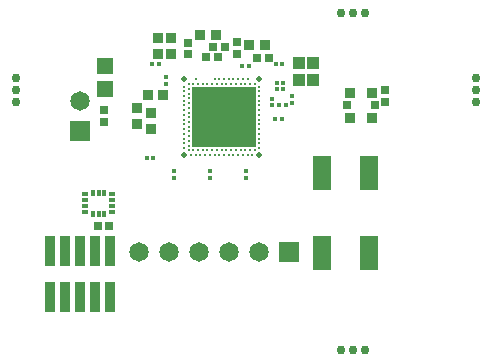
<source format=gts>
G04*
G04 #@! TF.GenerationSoftware,Altium Limited,Altium Designer,24.0.1 (36)*
G04*
G04 Layer_Color=8388736*
%FSLAX24Y24*%
%MOIN*%
G70*
G04*
G04 #@! TF.SameCoordinates,E6425953-F81D-4A1B-B41F-9E3DC787EA87*
G04*
G04*
G04 #@! TF.FilePolarity,Negative*
G04*
G01*
G75*
%ADD37R,0.0359X0.1005*%
%ADD38R,0.0158X0.0247*%
%ADD39R,0.0247X0.0158*%
%ADD40R,0.0572X0.0532*%
%ADD41R,0.0296X0.0257*%
%ADD42R,0.0288X0.0257*%
%ADD43R,0.0375X0.0355*%
%ADD44R,0.0257X0.0296*%
%ADD45R,0.0611X0.1143*%
%ADD46R,0.0256X0.0276*%
%ADD47R,0.0166X0.0178*%
%ADD48R,0.0395X0.0434*%
%ADD49C,0.0128*%
%ADD50R,0.0178X0.0166*%
%ADD51R,0.0157X0.0146*%
%ADD52R,0.0375X0.0355*%
%ADD53R,0.0355X0.0375*%
%ADD54C,0.0197*%
%ADD55R,0.2165X0.2008*%
%ADD56C,0.0296*%
%ADD57R,0.0651X0.0651*%
%ADD58C,0.0651*%
%ADD59R,0.0651X0.0651*%
D37*
X1126Y3287D02*
D03*
X1626D02*
D03*
X2126D02*
D03*
X2626D02*
D03*
X3126D02*
D03*
X1126Y1752D02*
D03*
X1626D02*
D03*
X2126D02*
D03*
X2626D02*
D03*
X3126D02*
D03*
D38*
X2549Y5246D02*
D03*
X2746D02*
D03*
X2943D02*
D03*
Y4528D02*
D03*
X2746D02*
D03*
X2549D02*
D03*
D39*
X3204Y5182D02*
D03*
Y4985D02*
D03*
Y4788D02*
D03*
Y4592D02*
D03*
X2288D02*
D03*
Y4788D02*
D03*
Y4985D02*
D03*
Y5182D02*
D03*
D40*
X2963Y8691D02*
D03*
Y9478D02*
D03*
D41*
X3110Y4134D02*
D03*
X2717D02*
D03*
X6949Y10100D02*
D03*
X6555D02*
D03*
X6732Y9766D02*
D03*
X6339D02*
D03*
X8435Y9744D02*
D03*
X8041D02*
D03*
D42*
X11953Y8150D02*
D03*
X11039D02*
D03*
D43*
X11870Y7746D02*
D03*
Y8553D02*
D03*
X11122D02*
D03*
Y7746D02*
D03*
D44*
X12293Y8278D02*
D03*
Y8671D02*
D03*
X5728Y10246D02*
D03*
Y9852D02*
D03*
X7352Y10266D02*
D03*
Y9872D02*
D03*
D45*
X11772Y5896D02*
D03*
X10197D02*
D03*
X11772Y3238D02*
D03*
X10197D02*
D03*
D46*
X2943Y7992D02*
D03*
Y7598D02*
D03*
D47*
X4758Y9537D02*
D03*
X4533D02*
D03*
X8756Y8150D02*
D03*
X8980D02*
D03*
X8852Y7707D02*
D03*
X8628D02*
D03*
X4346Y6388D02*
D03*
X4571D02*
D03*
X7757Y9449D02*
D03*
X7533D02*
D03*
X8872Y9518D02*
D03*
X8648D02*
D03*
D48*
X9882Y9559D02*
D03*
X9429Y8988D02*
D03*
X9882D02*
D03*
X9429Y9559D02*
D03*
D49*
X5906Y8858D02*
D03*
X5748D02*
D03*
X5591Y7992D02*
D03*
Y7835D02*
D03*
Y7520D02*
D03*
Y7362D02*
D03*
X5748Y7598D02*
D03*
Y7441D02*
D03*
Y7283D02*
D03*
Y7126D02*
D03*
Y6811D02*
D03*
X5591Y6732D02*
D03*
X5748Y6654D02*
D03*
X5906D02*
D03*
X6063D02*
D03*
X5984Y6496D02*
D03*
X6220Y6654D02*
D03*
X6378D02*
D03*
X6299Y6496D02*
D03*
X6535Y6654D02*
D03*
X6693D02*
D03*
X6614Y6496D02*
D03*
X6850Y6654D02*
D03*
X6772Y6496D02*
D03*
X7008Y6654D02*
D03*
X7165D02*
D03*
X7717Y6496D02*
D03*
X7795Y6654D02*
D03*
X7874Y6496D02*
D03*
X7953Y6654D02*
D03*
X8110Y7047D02*
D03*
Y7677D02*
D03*
X7480Y8858D02*
D03*
X7323D02*
D03*
X5748Y8071D02*
D03*
Y7913D02*
D03*
X5591Y7047D02*
D03*
X5748Y6969D02*
D03*
X7087Y6496D02*
D03*
X7323Y6654D02*
D03*
X7244Y6496D02*
D03*
X7480Y6654D02*
D03*
X7402Y6496D02*
D03*
X7638Y6654D02*
D03*
X8110Y7835D02*
D03*
X7165Y8858D02*
D03*
X7008D02*
D03*
X6929Y9016D02*
D03*
X6850Y8858D02*
D03*
X6693D02*
D03*
X8110Y7520D02*
D03*
Y7362D02*
D03*
Y8780D02*
D03*
X7953Y8858D02*
D03*
X7717Y9016D02*
D03*
X7559Y6496D02*
D03*
X6929D02*
D03*
X6457D02*
D03*
X6142D02*
D03*
X5827D02*
D03*
X5591Y6890D02*
D03*
X8110Y7205D02*
D03*
X5591D02*
D03*
Y7677D02*
D03*
X5748Y7756D02*
D03*
X8110Y7992D02*
D03*
Y8150D02*
D03*
X5591D02*
D03*
X5748Y8228D02*
D03*
X8110Y8307D02*
D03*
X5591D02*
D03*
X5748Y8386D02*
D03*
X8110Y8465D02*
D03*
X5591D02*
D03*
X5748Y8543D02*
D03*
X8110Y8622D02*
D03*
X5591D02*
D03*
X5748Y8701D02*
D03*
X5591Y8780D02*
D03*
X6535Y8858D02*
D03*
X6378D02*
D03*
X6220D02*
D03*
X6063D02*
D03*
X7559Y9016D02*
D03*
X7402D02*
D03*
X7244D02*
D03*
X7087D02*
D03*
X6772D02*
D03*
X6614D02*
D03*
X5984D02*
D03*
X7638Y8858D02*
D03*
X7795D02*
D03*
X8110Y6890D02*
D03*
Y6732D02*
D03*
D50*
X7657Y5724D02*
D03*
Y5949D02*
D03*
X6477D02*
D03*
Y5724D02*
D03*
X5265D02*
D03*
Y5949D02*
D03*
X8898Y8911D02*
D03*
Y8687D02*
D03*
X5000Y9089D02*
D03*
Y8864D02*
D03*
X8681Y8687D02*
D03*
Y8911D02*
D03*
X8543Y8156D02*
D03*
Y8380D02*
D03*
D51*
X9203Y8234D02*
D03*
Y8459D02*
D03*
D52*
X4488Y7362D02*
D03*
Y7894D02*
D03*
X5157Y10406D02*
D03*
Y9874D02*
D03*
X4026Y7520D02*
D03*
Y8051D02*
D03*
X4715Y9874D02*
D03*
Y10406D02*
D03*
D53*
X8287Y10148D02*
D03*
X7756D02*
D03*
X6132Y10502D02*
D03*
X6663D02*
D03*
X4911Y8504D02*
D03*
X4380D02*
D03*
D54*
X5591Y9016D02*
D03*
Y6496D02*
D03*
X8110D02*
D03*
Y9016D02*
D03*
D55*
X6929Y7756D02*
D03*
D56*
X11614Y0D02*
D03*
X11220D02*
D03*
X10827D02*
D03*
X0Y8268D02*
D03*
Y8661D02*
D03*
Y9055D02*
D03*
X15315Y8268D02*
D03*
Y8661D02*
D03*
Y9055D02*
D03*
X11614Y11220D02*
D03*
X11220D02*
D03*
X10827D02*
D03*
D57*
X2136Y7307D02*
D03*
D58*
Y8307D02*
D03*
X8094Y3268D02*
D03*
X7094D02*
D03*
X6094D02*
D03*
X5094D02*
D03*
X4094D02*
D03*
D59*
X9094D02*
D03*
M02*

</source>
